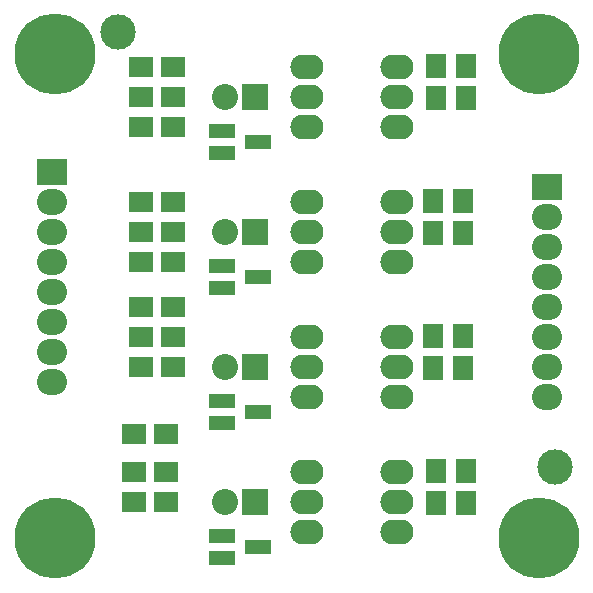
<source format=gbr>
G04 #@! TF.FileFunction,Soldermask,Top*
%FSLAX46Y46*%
G04 Gerber Fmt 4.6, Leading zero omitted, Abs format (unit mm)*
G04 Created by KiCad (PCBNEW (after 2015-mar-04 BZR unknown)-product) date 6/8/2017 8:03:03 AM*
%MOMM*%
G01*
G04 APERTURE LIST*
%ADD10C,0.150000*%
%ADD11C,3.000000*%
%ADD12R,2.008000X1.808000*%
%ADD13R,1.808000X2.008000*%
%ADD14O,2.808000X2.108000*%
%ADD15R,2.308860X1.308100*%
%ADD16R,2.540000X2.235200*%
%ADD17O,2.540000X2.235200*%
%ADD18C,6.858000*%
%ADD19R,2.208000X2.208000*%
%ADD20O,2.208000X2.208000*%
G04 APERTURE END LIST*
D10*
D11*
X46355000Y-38989000D03*
X9398000Y-2159000D03*
D12*
X11350000Y-5080000D03*
X14050000Y-5080000D03*
D13*
X38862000Y-7700000D03*
X38862000Y-5000000D03*
D12*
X11350000Y-16510000D03*
X14050000Y-16510000D03*
D13*
X38608000Y-19130000D03*
X38608000Y-16430000D03*
D12*
X11350000Y-25400000D03*
X14050000Y-25400000D03*
D13*
X38608000Y-30560000D03*
X38608000Y-27860000D03*
D12*
X10715000Y-36195000D03*
X13415000Y-36195000D03*
D13*
X38862000Y-41990000D03*
X38862000Y-39290000D03*
D14*
X25340000Y-5090000D03*
X25340000Y-7630000D03*
X25340000Y-10170000D03*
X32960000Y-10170000D03*
X32960000Y-7630000D03*
X32960000Y-5090000D03*
X25340000Y-16520000D03*
X25340000Y-19060000D03*
X25340000Y-21600000D03*
X32960000Y-21600000D03*
X32960000Y-19060000D03*
X32960000Y-16520000D03*
X25400000Y-27940000D03*
X25400000Y-30480000D03*
X25400000Y-33020000D03*
X33020000Y-33020000D03*
X33020000Y-30480000D03*
X33020000Y-27940000D03*
X25340000Y-39380000D03*
X25340000Y-41920000D03*
X25340000Y-44460000D03*
X32960000Y-44460000D03*
X32960000Y-41920000D03*
X32960000Y-39380000D03*
D15*
X18183860Y-10480000D03*
X18183860Y-12380000D03*
X21186140Y-11430000D03*
X18183860Y-21910000D03*
X18183860Y-23810000D03*
X21186140Y-22860000D03*
X18183860Y-33340000D03*
X18183860Y-35240000D03*
X21186140Y-34290000D03*
X18183860Y-44770000D03*
X18183860Y-46670000D03*
X21186140Y-45720000D03*
D16*
X3750000Y-13980000D03*
D17*
X3750000Y-16520000D03*
X3750000Y-19060000D03*
X3750000Y-21600000D03*
X3750000Y-24140000D03*
X3750000Y-26680000D03*
X3750000Y-29220000D03*
X3750000Y-31760000D03*
D16*
X45660000Y-15250000D03*
D17*
X45660000Y-17790000D03*
X45660000Y-20330000D03*
X45660000Y-22870000D03*
X45660000Y-25410000D03*
X45660000Y-27950000D03*
X45660000Y-30490000D03*
X45660000Y-33030000D03*
D18*
X4000000Y-4000000D03*
X45000000Y-4000000D03*
X4000000Y-45000000D03*
X45000000Y-45000000D03*
D13*
X36322000Y-5000000D03*
X36322000Y-7700000D03*
X36068000Y-16430000D03*
X36068000Y-19130000D03*
X36068000Y-27860000D03*
X36068000Y-30560000D03*
X36322000Y-39290000D03*
X36322000Y-41990000D03*
D12*
X11350000Y-10160000D03*
X14050000Y-10160000D03*
X11350000Y-21590000D03*
X14050000Y-21590000D03*
X11350000Y-30480000D03*
X14050000Y-30480000D03*
X10715000Y-41910000D03*
X13415000Y-41910000D03*
D19*
X20955000Y-7620000D03*
D20*
X18415000Y-7620000D03*
D19*
X20955000Y-19050000D03*
D20*
X18415000Y-19050000D03*
D19*
X20955000Y-30480000D03*
D20*
X18415000Y-30480000D03*
D19*
X20955000Y-41910000D03*
D20*
X18415000Y-41910000D03*
D12*
X11350000Y-7620000D03*
X14050000Y-7620000D03*
X11350000Y-19050000D03*
X14050000Y-19050000D03*
X11350000Y-27940000D03*
X14050000Y-27940000D03*
X10715000Y-39370000D03*
X13415000Y-39370000D03*
M02*

</source>
